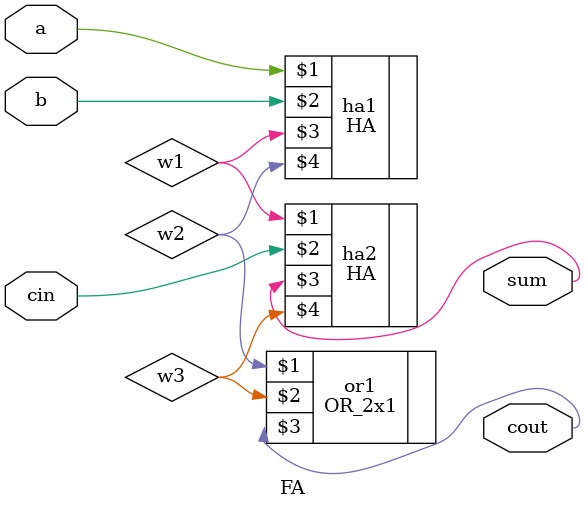
<source format=v>
`timescale 1ns / 1ps
module FA(a,b,cin,sum,cout);
input a,b,cin;
output sum,cout;
wire w1,w2,w3;

HA ha1(a,b,w1,w2);
HA ha2(w1,cin,sum,w3);
OR_2x1 or1(w2,w3,cout);

endmodule

</source>
